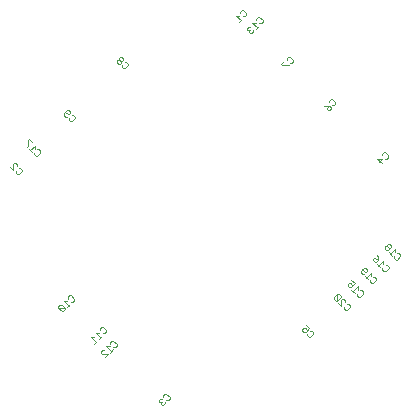
<source format=gbo>
G75*
%MOIN*%
%OFA0B0*%
%FSLAX25Y25*%
%IPPOS*%
%LPD*%
%AMOC8*
5,1,8,0,0,1.08239X$1,22.5*
%
%ADD10C,0.00200*%
D10*
X0181596Y0209080D02*
X0182634Y0210118D01*
X0182115Y0209599D02*
X0180558Y0211156D01*
X0181596Y0211156D01*
X0183159Y0210643D02*
X0184197Y0211681D01*
X0183678Y0211162D02*
X0182121Y0212719D01*
X0183159Y0212719D01*
X0183424Y0213503D02*
X0183424Y0214022D01*
X0183943Y0214541D01*
X0184462Y0214541D01*
X0185500Y0213503D01*
X0185500Y0212984D01*
X0184981Y0212465D01*
X0184462Y0212465D01*
X0186960Y0209486D02*
X0187479Y0210005D01*
X0187998Y0210005D01*
X0189036Y0208967D01*
X0189036Y0208448D01*
X0188517Y0207929D01*
X0187998Y0207929D01*
X0187733Y0207145D02*
X0186695Y0206107D01*
X0187214Y0206626D02*
X0185657Y0208183D01*
X0186695Y0208183D01*
X0186960Y0208967D02*
X0186960Y0209486D01*
X0184872Y0206880D02*
X0184353Y0206880D01*
X0183834Y0206361D01*
X0183834Y0205842D01*
X0184094Y0205583D01*
X0186170Y0205583D01*
X0185132Y0204545D01*
X0171249Y0219946D02*
X0171768Y0220465D01*
X0171768Y0220984D01*
X0169692Y0220984D01*
X0170730Y0219946D01*
X0171249Y0219946D01*
X0171768Y0220984D02*
X0170730Y0222022D01*
X0170211Y0222022D01*
X0169692Y0221503D01*
X0169692Y0220984D01*
X0172552Y0221249D02*
X0173590Y0222287D01*
X0173071Y0221768D02*
X0171514Y0223325D01*
X0172552Y0223325D01*
X0172818Y0224109D02*
X0172818Y0224628D01*
X0173337Y0225147D01*
X0173856Y0225147D01*
X0174893Y0224109D01*
X0174893Y0223590D01*
X0174375Y0223071D01*
X0173856Y0223071D01*
X0204637Y0191809D02*
X0204637Y0191290D01*
X0204637Y0191809D02*
X0205156Y0192328D01*
X0205675Y0192328D01*
X0206713Y0191290D01*
X0206713Y0190771D01*
X0206194Y0190252D01*
X0205675Y0190252D01*
X0205151Y0189727D02*
X0205151Y0189208D01*
X0204632Y0188689D01*
X0204113Y0188689D01*
X0203853Y0188949D01*
X0203853Y0189468D01*
X0204113Y0189727D01*
X0203853Y0189468D02*
X0203334Y0189468D01*
X0203075Y0189727D01*
X0203075Y0190246D01*
X0203594Y0190765D01*
X0204113Y0190765D01*
X0251021Y0213368D02*
X0251540Y0212849D01*
X0252059Y0212849D01*
X0252578Y0213368D02*
X0252319Y0214146D01*
X0252059Y0214406D01*
X0251540Y0214406D01*
X0251021Y0213887D01*
X0251021Y0213368D01*
X0252578Y0213368D02*
X0253357Y0214146D01*
X0252319Y0215184D01*
X0253622Y0213362D02*
X0254141Y0213362D01*
X0254660Y0212843D01*
X0254660Y0212324D01*
X0253622Y0211286D01*
X0253103Y0211286D01*
X0252584Y0211805D01*
X0252584Y0212324D01*
X0262931Y0222671D02*
X0263969Y0221633D01*
X0263969Y0223709D01*
X0264228Y0223969D01*
X0264747Y0223969D01*
X0265266Y0223450D01*
X0265266Y0222931D01*
X0265791Y0222406D02*
X0266310Y0222406D01*
X0266829Y0221887D01*
X0266829Y0221368D01*
X0265791Y0220330D01*
X0265272Y0220330D01*
X0264753Y0220849D01*
X0264753Y0221368D01*
X0262666Y0223456D02*
X0262666Y0225532D01*
X0261628Y0224494D01*
X0261628Y0223975D01*
X0262147Y0223456D01*
X0262666Y0223456D01*
X0263704Y0224494D01*
X0263704Y0225013D01*
X0263185Y0225532D01*
X0262666Y0225532D01*
X0266047Y0228394D02*
X0266566Y0227875D01*
X0267085Y0227875D01*
X0267604Y0228394D02*
X0267345Y0229172D01*
X0267085Y0229432D01*
X0266566Y0229432D01*
X0266047Y0228913D01*
X0266047Y0228394D01*
X0267604Y0228394D02*
X0268383Y0229172D01*
X0267345Y0230210D01*
X0269426Y0228129D02*
X0267869Y0226572D01*
X0268388Y0226053D02*
X0267350Y0227091D01*
X0269426Y0227091D02*
X0269426Y0228129D01*
X0270210Y0226826D02*
X0270729Y0226826D01*
X0271248Y0226307D01*
X0271248Y0225788D01*
X0270210Y0224750D01*
X0269691Y0224750D01*
X0269172Y0225269D01*
X0269172Y0225788D01*
X0273592Y0229688D02*
X0273592Y0230207D01*
X0273592Y0229688D02*
X0274111Y0229169D01*
X0274630Y0229169D01*
X0275668Y0230207D01*
X0275668Y0230726D01*
X0275149Y0231245D01*
X0274630Y0231245D01*
X0273846Y0231510D02*
X0273846Y0232548D01*
X0272289Y0230991D01*
X0272808Y0230472D02*
X0271770Y0231510D01*
X0271505Y0232294D02*
X0270986Y0232294D01*
X0270467Y0232813D01*
X0270467Y0233332D01*
X0271505Y0234370D01*
X0272024Y0234370D01*
X0272543Y0233851D01*
X0272543Y0233332D01*
X0272283Y0233073D01*
X0271764Y0233073D01*
X0270986Y0233851D01*
X0274532Y0236879D02*
X0274532Y0237398D01*
X0274792Y0237658D01*
X0275311Y0237658D01*
X0276089Y0236879D01*
X0275570Y0236360D01*
X0275051Y0236360D01*
X0274532Y0236879D01*
X0276089Y0236879D02*
X0276089Y0237917D01*
X0275830Y0238696D01*
X0277912Y0236614D02*
X0276355Y0235057D01*
X0276874Y0234538D02*
X0275836Y0235576D01*
X0277912Y0235576D02*
X0277912Y0236614D01*
X0278696Y0235311D02*
X0279215Y0235311D01*
X0279734Y0234792D01*
X0279734Y0234273D01*
X0278696Y0233235D01*
X0278177Y0233235D01*
X0277658Y0233754D01*
X0277658Y0234273D01*
X0281547Y0237643D02*
X0281547Y0238162D01*
X0281547Y0237643D02*
X0282066Y0237124D01*
X0282585Y0237124D01*
X0283623Y0238162D01*
X0283623Y0238681D01*
X0283104Y0239200D01*
X0282585Y0239200D01*
X0281801Y0239465D02*
X0281801Y0240503D01*
X0280244Y0238946D01*
X0280763Y0238427D02*
X0279725Y0239465D01*
X0279459Y0240249D02*
X0279719Y0240509D01*
X0279719Y0241028D01*
X0279200Y0241547D01*
X0278681Y0241547D01*
X0278422Y0241287D01*
X0278422Y0240768D01*
X0278941Y0240249D01*
X0279459Y0240249D01*
X0279719Y0241028D02*
X0280238Y0241028D01*
X0280497Y0241287D01*
X0280497Y0241806D01*
X0279978Y0242325D01*
X0279459Y0242325D01*
X0279200Y0242066D01*
X0279200Y0241547D01*
X0277558Y0269221D02*
X0276001Y0270778D01*
X0277558Y0270778D01*
X0276520Y0269740D01*
X0278602Y0270784D02*
X0279121Y0270784D01*
X0279640Y0271303D01*
X0279640Y0271822D01*
X0278602Y0272860D01*
X0278083Y0272860D01*
X0277564Y0272341D01*
X0277564Y0271822D01*
X0261443Y0288462D02*
X0260924Y0288462D01*
X0261443Y0288462D02*
X0261962Y0288981D01*
X0261962Y0289500D01*
X0260924Y0290538D01*
X0260405Y0290538D01*
X0259886Y0290019D01*
X0259886Y0289500D01*
X0259880Y0288456D02*
X0259102Y0287677D01*
X0259102Y0287158D01*
X0259361Y0286899D01*
X0259880Y0286899D01*
X0260399Y0287418D01*
X0260399Y0287937D01*
X0259880Y0288456D01*
X0258842Y0288456D01*
X0258064Y0288196D01*
X0246517Y0301820D02*
X0246257Y0302079D01*
X0244181Y0302079D01*
X0243922Y0302339D01*
X0244960Y0303377D01*
X0245744Y0303642D02*
X0245744Y0304161D01*
X0246263Y0304680D01*
X0246782Y0304680D01*
X0247820Y0303642D01*
X0247820Y0303123D01*
X0247301Y0302604D01*
X0246782Y0302604D01*
X0235374Y0314011D02*
X0236412Y0315049D01*
X0235893Y0314530D02*
X0234336Y0316087D01*
X0235374Y0316087D01*
X0235639Y0316872D02*
X0235639Y0317391D01*
X0236158Y0317910D01*
X0236677Y0317910D01*
X0237715Y0316872D01*
X0237715Y0316353D01*
X0237196Y0315834D01*
X0236677Y0315834D01*
X0234590Y0313746D02*
X0234590Y0313227D01*
X0234071Y0312708D01*
X0233552Y0312708D01*
X0233293Y0312968D01*
X0233293Y0313487D01*
X0233552Y0313746D01*
X0233293Y0313487D02*
X0232774Y0313487D01*
X0232514Y0313746D01*
X0232514Y0314265D01*
X0233033Y0314784D01*
X0233552Y0314784D01*
X0230960Y0317376D02*
X0229922Y0316338D01*
X0230441Y0316857D02*
X0228884Y0318414D01*
X0229922Y0318414D01*
X0230188Y0319198D02*
X0230188Y0319717D01*
X0230707Y0320236D01*
X0231226Y0320236D01*
X0232264Y0319198D01*
X0232264Y0318679D01*
X0231745Y0318160D01*
X0231226Y0318160D01*
X0192805Y0302447D02*
X0192805Y0301928D01*
X0191767Y0300890D01*
X0191248Y0300890D01*
X0190729Y0301409D01*
X0190729Y0301928D01*
X0190205Y0302453D02*
X0190464Y0302713D01*
X0190464Y0303232D01*
X0189945Y0303751D01*
X0189426Y0303751D01*
X0189167Y0303491D01*
X0189167Y0302972D01*
X0189686Y0302453D01*
X0190205Y0302453D01*
X0190464Y0303232D02*
X0190983Y0303232D01*
X0191242Y0303491D01*
X0191242Y0304010D01*
X0190723Y0304529D01*
X0190205Y0304529D01*
X0189945Y0304270D01*
X0189945Y0303751D01*
X0191767Y0302966D02*
X0192286Y0302966D01*
X0192805Y0302447D01*
X0175127Y0284770D02*
X0175127Y0284251D01*
X0174089Y0283213D01*
X0173570Y0283213D01*
X0173051Y0283732D01*
X0173051Y0284251D01*
X0172527Y0284775D02*
X0172008Y0284775D01*
X0171489Y0285294D01*
X0171489Y0285813D01*
X0172527Y0286851D01*
X0173046Y0286851D01*
X0173565Y0286332D01*
X0173565Y0285813D01*
X0173305Y0285554D01*
X0172786Y0285554D01*
X0172008Y0286332D01*
X0174089Y0285289D02*
X0174608Y0285289D01*
X0175127Y0284770D01*
X0163637Y0273279D02*
X0163637Y0272760D01*
X0162599Y0271722D01*
X0162080Y0271722D01*
X0161561Y0272241D01*
X0161561Y0272760D01*
X0160777Y0273025D02*
X0159739Y0274063D01*
X0160258Y0273544D02*
X0161815Y0275101D01*
X0161815Y0274063D01*
X0162599Y0273798D02*
X0163118Y0273798D01*
X0163637Y0273279D01*
X0160771Y0276145D02*
X0159733Y0277183D01*
X0159474Y0276923D01*
X0159474Y0274848D01*
X0159214Y0274588D01*
X0155368Y0269174D02*
X0155887Y0268655D01*
X0155887Y0268136D01*
X0156412Y0267611D02*
X0156931Y0267611D01*
X0157450Y0267092D01*
X0157450Y0266573D01*
X0156412Y0265535D01*
X0155893Y0265535D01*
X0155374Y0266054D01*
X0155374Y0266573D01*
X0154590Y0266838D02*
X0154590Y0268914D01*
X0154849Y0269174D01*
X0155368Y0269174D01*
X0153552Y0267876D02*
X0154590Y0266838D01*
M02*

</source>
